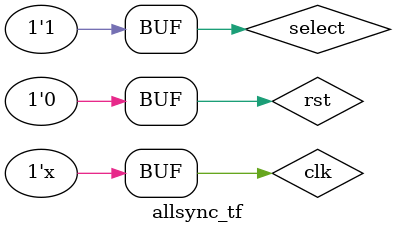
<source format=v>
`timescale 1ns / 1ps


module allsync_tf;

	// Inputs
	reg clk;
	reg rst;
	reg select;

	// Outputs
	wire h_sync;
	wire v_sync;
	wire h_count,v_count;
	wire video_on;
	wire [9:0] hcount,vcount;
	wire h_vid,v_vid;

	// Instantiate the Unit Under Test (UUT)
	allsync uut (
		.clk(clk), 
		.rst(rst), 
		.select(select), 
		.h_sync(h_sync), 
		.v_sync(v_sync), 
		.video_on(video_on)
	);
	
	reg [9:0] var1,var2;
	reg testhc1, testhc2, testhc3, testhc4,
		 testvc0, testvc1, testvc2, testvc3, testvc4;
	
	always #5 clk = ~clk;				//100MHz clock
	
	always #40 select = 1;				//25MHz clock

	always @(posedge clk)				//select lasts one cycle
		if(select)
			select = 0;
			
	always@(*)															//h_sync is low active from 656-751
		if(hcount == 656 && h_sync == 0)
			testhc1 = 1'b1;	
		else if(hcount	== 751 && h_sync == 0)
			testhc2 = 1'b1;
	
	always@(*)															////h_vid is low active from 0-639
		if(hcount == 0 && h_vid == 1)
			testhc3 = 1'b1;
		else if(hcount == 640 && h_vid == 0)
			testhc4 = 1'b1;
	
	always@(*)
		if(select && h_count)
			testvc0 = 1'b1;											//v_sync starts counting only when select and h_count
			
	always@(*)															//v_sync is low active at 490 and 491
		if(vcount == 490 && v_sync == 0)
			testvc1 = 1'b1;	
		else if(vcount	== 491 && v_sync == 0)
			testvc2 = 1'b1;
	
	always@(*)															//v_vid is low active from 0-479
		if(vcount == 0 && v_vid == 1)
			testvc3 = 1'b1;
		else if(vcount == 480 && v_vid == 0)
			testvc4 = 1'b1;
		
			

	initial begin
		// Initialize Inputs
		clk = 0;
		rst = 1;
		select = 0;

		// Wait 100 ns for global reset to finish
		#40;
        
		rst = 0;
		
		//#1
		var1 = hcount;
		var2 = vcount;
		
		#40;
		if((select == 1'b1) && (var1 != hcount)) 
			$display ("Pixels sucessfully updated at 25MHz");
		#31960;
		if((testvc0 == 1'b1) && (var2 != vcount))
			$display ("Pixels sucessfully updated at completion of horizontal scan at 25MHz");
			
		//#2
		if((hcount < 800))
			$display ("hcount does not exceed 799");
		#16736040;
		if((vcount < 525))
			$display ("vcount does not exceed 524");
		
		//#3
		if(testhc1 && testhc2)
			$display ("h_sync is low active and active from 656-751");
		if(testvc1 && testvc2)
			$display ("v_sync is low active and active at 490 and 491");
			
		//#4
		if(testhc3 && testhc4) 
			$display("h_vid is high cctive and is active from 0-639");
		if(testvc3 && testvc4) 
			$display("v_vid is high active and is only active from 0-479");

	end
      
endmodule


</source>
